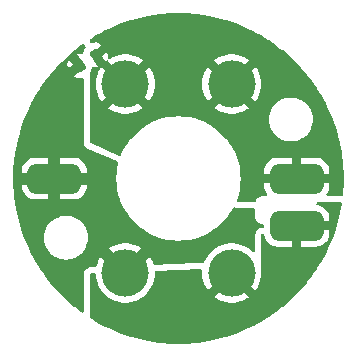
<source format=gbr>
%TF.GenerationSoftware,KiCad,Pcbnew,(6.0.4)*%
%TF.CreationDate,2022-05-31T22:59:13-07:00*%
%TF.ProjectId,VP_SPEAKER_ADAPTER,56505f53-5045-4414-9b45-525f41444150,rev?*%
%TF.SameCoordinates,Original*%
%TF.FileFunction,Copper,L1,Top*%
%TF.FilePolarity,Positive*%
%FSLAX46Y46*%
G04 Gerber Fmt 4.6, Leading zero omitted, Abs format (unit mm)*
G04 Created by KiCad (PCBNEW (6.0.4)) date 2022-05-31 22:59:13*
%MOMM*%
%LPD*%
G01*
G04 APERTURE LIST*
G04 Aperture macros list*
%AMRoundRect*
0 Rectangle with rounded corners*
0 $1 Rounding radius*
0 $2 $3 $4 $5 $6 $7 $8 $9 X,Y pos of 4 corners*
0 Add a 4 corners polygon primitive as box body*
4,1,4,$2,$3,$4,$5,$6,$7,$8,$9,$2,$3,0*
0 Add four circle primitives for the rounded corners*
1,1,$1+$1,$2,$3*
1,1,$1+$1,$4,$5*
1,1,$1+$1,$6,$7*
1,1,$1+$1,$8,$9*
0 Add four rect primitives between the rounded corners*
20,1,$1+$1,$2,$3,$4,$5,0*
20,1,$1+$1,$4,$5,$6,$7,0*
20,1,$1+$1,$6,$7,$8,$9,0*
20,1,$1+$1,$8,$9,$2,$3,0*%
G04 Aperture macros list end*
%TA.AperFunction,SMDPad,CuDef*%
%ADD10RoundRect,0.200000X-0.006097X-0.339982X0.321564X-0.110552X0.006097X0.339982X-0.321564X0.110552X0*%
%TD*%
%TA.AperFunction,SMDPad,CuDef*%
%ADD11RoundRect,0.625000X1.625000X0.625000X-1.625000X0.625000X-1.625000X-0.625000X1.625000X-0.625000X0*%
%TD*%
%TA.AperFunction,SMDPad,CuDef*%
%ADD12C,4.000000*%
%TD*%
%TA.AperFunction,ViaPad*%
%ADD13C,0.800000*%
%TD*%
G04 APERTURE END LIST*
D10*
%TO.P,R1,1*%
%TO.N,GND*%
X161624200Y-90473201D03*
%TO.P,R1,2*%
%TO.N,/LEFT-*%
X162975800Y-89526799D03*
%TD*%
D11*
%TO.P,J11,1,Pin_1*%
%TO.N,GND*%
X159500000Y-100000000D03*
%TD*%
D12*
%TO.P,J1,1,Pin_1*%
%TO.N,/LEFT+*%
X174500000Y-108000000D03*
%TD*%
%TO.P,J4,1,Pin_1*%
%TO.N,/LEFT-*%
X174500000Y-92000000D03*
%TD*%
%TO.P,J3,1,Pin_1*%
%TO.N,/LEFT-*%
X165500000Y-92000000D03*
%TD*%
D11*
%TO.P,J5,1,Pin_1*%
%TO.N,/LEFT+*%
X180000000Y-104000000D03*
%TO.P,J5,2,Pin_2*%
%TO.N,/LEFT-*%
X180000000Y-100000000D03*
%TD*%
D12*
%TO.P,J2,1,Pin_1*%
%TO.N,GND*%
X165500000Y-108000000D03*
%TD*%
D13*
%TO.N,GND*%
X164500000Y-103000000D03*
X159500000Y-93500000D03*
%TD*%
%TA.AperFunction,Conductor*%
%TO.N,GND*%
G36*
X161993984Y-88620203D02*
G01*
X162044569Y-88677660D01*
X162068429Y-88732078D01*
X162105901Y-88792380D01*
X162110855Y-88798276D01*
X162111286Y-88799260D01*
X162111438Y-88799469D01*
X162111393Y-88799502D01*
X162139367Y-88863294D01*
X162128202Y-88933407D01*
X162114222Y-88956215D01*
X162040557Y-89051871D01*
X161971354Y-89208772D01*
X161970035Y-89216254D01*
X161947809Y-89342303D01*
X161916282Y-89405916D01*
X161855368Y-89442385D01*
X161801844Y-89444510D01*
X161676348Y-89422382D01*
X161661284Y-89421567D01*
X161505455Y-89431916D01*
X161490642Y-89434715D01*
X161421759Y-89456566D01*
X161410062Y-89464445D01*
X161411270Y-89471726D01*
X162109020Y-90468217D01*
X162131708Y-90535491D01*
X162114423Y-90604352D01*
X162078078Y-90643701D01*
X161525970Y-91030292D01*
X161129830Y-91307672D01*
X161120364Y-91319515D01*
X161123331Y-91325779D01*
X161123516Y-91325956D01*
X161247966Y-91421796D01*
X161260933Y-91429495D01*
X161403822Y-91492517D01*
X161418257Y-91496902D01*
X161572051Y-91524020D01*
X161587116Y-91524835D01*
X161742945Y-91514486D01*
X161757758Y-91511687D01*
X161822401Y-91491181D01*
X161893381Y-91489649D01*
X161953922Y-91526735D01*
X161984801Y-91590664D01*
X161986500Y-91611283D01*
X161986500Y-96917388D01*
X162008642Y-97066551D01*
X162029906Y-97136597D01*
X162094424Y-97272898D01*
X162192138Y-97381589D01*
X162195599Y-97384479D01*
X162243182Y-97424212D01*
X162243186Y-97424215D01*
X162246634Y-97427094D01*
X162250461Y-97429456D01*
X162250464Y-97429458D01*
X162303592Y-97462245D01*
X162371014Y-97503855D01*
X164762962Y-98543832D01*
X164766320Y-98544866D01*
X164766323Y-98544867D01*
X164814456Y-98559686D01*
X164873675Y-98598847D01*
X164902321Y-98663808D01*
X164900393Y-98707379D01*
X164874657Y-98823467D01*
X164816455Y-99086001D01*
X164756519Y-99541255D01*
X164742307Y-99866771D01*
X164736490Y-100000000D01*
X164756519Y-100458745D01*
X164765389Y-100526115D01*
X164809904Y-100864236D01*
X164816455Y-100913999D01*
X164915840Y-101362297D01*
X164916668Y-101364922D01*
X164916669Y-101364927D01*
X165045791Y-101774450D01*
X165053918Y-101800226D01*
X165155549Y-102045583D01*
X165227436Y-102219133D01*
X165229640Y-102224455D01*
X165441667Y-102631755D01*
X165688385Y-103019025D01*
X165836651Y-103212249D01*
X165911466Y-103309750D01*
X165967917Y-103383319D01*
X166278136Y-103721864D01*
X166616681Y-104032083D01*
X166618843Y-104033742D01*
X166618849Y-104033747D01*
X166670117Y-104073086D01*
X166980975Y-104311615D01*
X167368245Y-104558333D01*
X167775545Y-104770360D01*
X168199774Y-104946082D01*
X168202394Y-104946908D01*
X168202402Y-104946911D01*
X168635073Y-105083331D01*
X168635078Y-105083332D01*
X168637703Y-105084160D01*
X169086001Y-105183545D01*
X169088721Y-105183903D01*
X169088726Y-105183904D01*
X169258735Y-105206286D01*
X169541255Y-105243481D01*
X170000000Y-105263510D01*
X170458745Y-105243481D01*
X170741265Y-105206286D01*
X170911274Y-105183904D01*
X170911279Y-105183903D01*
X170913999Y-105183545D01*
X171362297Y-105084160D01*
X171364922Y-105083332D01*
X171364927Y-105083331D01*
X171797598Y-104946911D01*
X171797606Y-104946908D01*
X171800226Y-104946082D01*
X172224455Y-104770360D01*
X172631755Y-104558333D01*
X173019025Y-104311615D01*
X173329883Y-104073086D01*
X173381151Y-104033747D01*
X173381157Y-104033742D01*
X173383319Y-104032083D01*
X173721864Y-103721864D01*
X174032083Y-103383319D01*
X174088535Y-103309750D01*
X174163349Y-103212249D01*
X174311615Y-103019025D01*
X174558333Y-102631755D01*
X174623905Y-102505792D01*
X174673102Y-102454605D01*
X174742163Y-102438141D01*
X174788009Y-102449358D01*
X174839115Y-102472698D01*
X174862869Y-102479673D01*
X174902913Y-102491431D01*
X174902917Y-102491432D01*
X174907236Y-102492700D01*
X174911685Y-102493340D01*
X174911691Y-102493341D01*
X175047458Y-102512861D01*
X175047463Y-102512861D01*
X175051905Y-102513500D01*
X176360500Y-102513500D01*
X176428621Y-102533502D01*
X176475114Y-102587158D01*
X176486500Y-102639500D01*
X176486500Y-103193796D01*
X176486832Y-103212249D01*
X176486850Y-103212742D01*
X176486850Y-103212752D01*
X176486902Y-103214194D01*
X176487157Y-103221287D01*
X176488147Y-103239661D01*
X176489225Y-103244607D01*
X176489225Y-103244608D01*
X176496044Y-103275899D01*
X176519269Y-103382466D01*
X176520840Y-103386673D01*
X176520842Y-103386680D01*
X176525305Y-103398631D01*
X176544105Y-103448977D01*
X176546262Y-103452923D01*
X176599192Y-103549766D01*
X176614207Y-103577239D01*
X176717597Y-103680547D01*
X176754720Y-103708314D01*
X176770136Y-103719844D01*
X176774450Y-103723071D01*
X176778389Y-103725220D01*
X176778394Y-103725223D01*
X176877348Y-103779204D01*
X176902753Y-103793063D01*
X177005563Y-103815386D01*
X177041184Y-103823120D01*
X177041186Y-103823120D01*
X177045583Y-103824075D01*
X177050070Y-103824394D01*
X177050076Y-103824395D01*
X177087102Y-103827028D01*
X177116401Y-103829112D01*
X177116519Y-103829104D01*
X177183581Y-103848768D01*
X177230094Y-103902406D01*
X177241500Y-103954791D01*
X177241500Y-104047938D01*
X177221498Y-104116059D01*
X177167842Y-104162552D01*
X177115500Y-104173938D01*
X177070852Y-104173938D01*
X177047699Y-104177267D01*
X177005034Y-104183401D01*
X177005030Y-104183402D01*
X177000578Y-104184042D01*
X176996266Y-104185308D01*
X176996262Y-104185309D01*
X176871515Y-104221939D01*
X176860343Y-104225219D01*
X176852764Y-104230089D01*
X176852761Y-104230091D01*
X176815619Y-104253961D01*
X176737388Y-104304237D01*
X176683732Y-104350730D01*
X176680792Y-104354123D01*
X176593919Y-104454379D01*
X176593917Y-104454382D01*
X176588018Y-104461190D01*
X176527302Y-104594139D01*
X176507300Y-104662260D01*
X176506660Y-104666709D01*
X176506659Y-104666715D01*
X176487139Y-104802482D01*
X176486500Y-104806929D01*
X176486500Y-106133115D01*
X176466498Y-106201236D01*
X176412842Y-106247729D01*
X176342568Y-106257833D01*
X176274247Y-106224965D01*
X176105027Y-106066057D01*
X176105026Y-106066056D01*
X176102140Y-106063346D01*
X175846779Y-105877816D01*
X175753757Y-105826676D01*
X175573648Y-105727660D01*
X175573647Y-105727659D01*
X175570179Y-105725753D01*
X175566510Y-105724300D01*
X175566505Y-105724298D01*
X175280372Y-105611010D01*
X175280371Y-105611010D01*
X175276702Y-105609557D01*
X174970975Y-105531060D01*
X174657821Y-105491500D01*
X174342179Y-105491500D01*
X174029025Y-105531060D01*
X173723298Y-105609557D01*
X173719629Y-105611010D01*
X173719628Y-105611010D01*
X173433495Y-105724298D01*
X173433490Y-105724300D01*
X173429821Y-105725753D01*
X173426353Y-105727659D01*
X173426352Y-105727660D01*
X173246244Y-105826676D01*
X173153221Y-105877816D01*
X172897860Y-106063346D01*
X172667767Y-106279418D01*
X172466568Y-106522625D01*
X172297438Y-106789131D01*
X172295754Y-106792710D01*
X172295750Y-106792717D01*
X172164733Y-107071144D01*
X172163044Y-107074734D01*
X172155348Y-107098420D01*
X172115274Y-107157026D01*
X172049877Y-107184662D01*
X172004211Y-107181533D01*
X172000808Y-107180660D01*
X171996454Y-107179543D01*
X171991983Y-107179057D01*
X171991979Y-107179056D01*
X171855635Y-107164228D01*
X171851157Y-107163741D01*
X171846659Y-107163896D01*
X171846657Y-107163896D01*
X169182781Y-107255754D01*
X168113377Y-107292630D01*
X168022317Y-107306268D01*
X167951987Y-107296577D01*
X167898059Y-107250399D01*
X167883823Y-107220594D01*
X167837716Y-107078691D01*
X167834801Y-107071328D01*
X167703811Y-106792959D01*
X167699999Y-106786026D01*
X167605813Y-106637612D01*
X167595207Y-106628315D01*
X167585934Y-106632486D01*
X165589095Y-108629325D01*
X165526783Y-108663351D01*
X165455968Y-108658286D01*
X165410905Y-108629325D01*
X163416707Y-106635127D01*
X163404327Y-106628367D01*
X163396187Y-106634460D01*
X163300001Y-106786026D01*
X163296189Y-106792959D01*
X163165199Y-107071328D01*
X163162284Y-107078691D01*
X163067217Y-107371277D01*
X163065248Y-107378946D01*
X163064752Y-107381546D01*
X163064408Y-107382216D01*
X163064264Y-107382778D01*
X163064137Y-107382745D01*
X163032341Y-107444713D01*
X162970925Y-107480330D01*
X162927360Y-107483200D01*
X162849866Y-107474772D01*
X162845388Y-107474285D01*
X162840890Y-107474440D01*
X162840888Y-107474440D01*
X162694720Y-107479480D01*
X162603962Y-107482610D01*
X162565121Y-107487805D01*
X162506958Y-107495583D01*
X162506951Y-107495584D01*
X162503880Y-107495995D01*
X162500860Y-107496707D01*
X162500858Y-107496707D01*
X162458904Y-107506593D01*
X162458896Y-107506595D01*
X162455880Y-107507306D01*
X162360343Y-107540020D01*
X162353943Y-107544133D01*
X162353939Y-107544135D01*
X162323300Y-107563826D01*
X162237388Y-107619038D01*
X162183732Y-107665531D01*
X162180792Y-107668924D01*
X162093919Y-107769180D01*
X162093917Y-107769183D01*
X162088018Y-107775991D01*
X162027302Y-107908940D01*
X162026034Y-107913259D01*
X162008815Y-107971902D01*
X162007300Y-107977061D01*
X162006660Y-107981510D01*
X162006659Y-107981516D01*
X161993470Y-108073252D01*
X161986500Y-108121730D01*
X161986500Y-111224545D01*
X161966498Y-111292666D01*
X161912842Y-111339159D01*
X161842568Y-111349263D01*
X161789136Y-111328387D01*
X161787295Y-111327122D01*
X161778722Y-111321229D01*
X161773404Y-111317367D01*
X161197466Y-110875435D01*
X161192343Y-110871285D01*
X160640375Y-110399860D01*
X160635472Y-110395446D01*
X160213490Y-109995000D01*
X160108905Y-109895753D01*
X160104244Y-109891092D01*
X160026058Y-109808701D01*
X159604551Y-109364524D01*
X159600140Y-109359625D01*
X159128715Y-108807657D01*
X159124563Y-108802531D01*
X159073404Y-108735859D01*
X158682633Y-108226596D01*
X158678765Y-108221271D01*
X158613443Y-108126226D01*
X158267614Y-107623042D01*
X158264021Y-107617510D01*
X158207180Y-107524754D01*
X157884714Y-106998537D01*
X157881440Y-106992866D01*
X157595317Y-106465894D01*
X157535057Y-106354908D01*
X157532062Y-106349030D01*
X157219550Y-105693835D01*
X157216867Y-105687809D01*
X156949478Y-105042277D01*
X158620576Y-105042277D01*
X158646192Y-105310769D01*
X158647277Y-105315203D01*
X158647278Y-105315209D01*
X158700338Y-105532045D01*
X158710298Y-105572750D01*
X158811552Y-105822733D01*
X158947832Y-106055482D01*
X158954121Y-106063346D01*
X159109657Y-106257833D01*
X159116283Y-106266119D01*
X159313376Y-106450234D01*
X159534983Y-106603968D01*
X159539066Y-106605999D01*
X159539069Y-106606001D01*
X159597615Y-106635127D01*
X159776461Y-106724101D01*
X159780795Y-106725522D01*
X159780798Y-106725523D01*
X160028420Y-106806698D01*
X160028426Y-106806699D01*
X160032753Y-106808118D01*
X160037244Y-106808898D01*
X160037245Y-106808898D01*
X160294707Y-106853601D01*
X160294715Y-106853602D01*
X160298488Y-106854257D01*
X160302325Y-106854448D01*
X160382145Y-106858422D01*
X160382153Y-106858422D01*
X160383716Y-106858500D01*
X160552079Y-106858500D01*
X160554347Y-106858335D01*
X160554359Y-106858335D01*
X160685451Y-106848823D01*
X160752571Y-106843953D01*
X160757026Y-106842969D01*
X160757029Y-106842969D01*
X161011479Y-106786791D01*
X161011483Y-106786790D01*
X161015939Y-106785806D01*
X161142047Y-106738028D01*
X161263885Y-106691868D01*
X161263888Y-106691867D01*
X161268155Y-106690250D01*
X161503935Y-106559286D01*
X161718340Y-106395657D01*
X161906879Y-106202792D01*
X162065601Y-105984730D01*
X162108901Y-105902430D01*
X164126806Y-105902430D01*
X164133710Y-105915290D01*
X165487188Y-107268768D01*
X165501132Y-107276382D01*
X165502965Y-107276251D01*
X165509580Y-107272000D01*
X166866614Y-105914966D01*
X166873227Y-105902856D01*
X166864398Y-105891235D01*
X166849713Y-105880566D01*
X166843043Y-105876332D01*
X166573428Y-105728110D01*
X166566293Y-105724753D01*
X166280230Y-105611492D01*
X166272704Y-105609047D01*
X165974721Y-105532538D01*
X165966950Y-105531055D01*
X165661722Y-105492497D01*
X165653831Y-105492000D01*
X165346169Y-105492000D01*
X165338278Y-105492497D01*
X165033050Y-105531055D01*
X165025279Y-105532538D01*
X164727296Y-105609047D01*
X164719770Y-105611492D01*
X164433707Y-105724753D01*
X164426572Y-105728110D01*
X164156957Y-105876332D01*
X164150287Y-105880566D01*
X164135229Y-105891506D01*
X164126806Y-105902430D01*
X162108901Y-105902430D01*
X162148757Y-105826676D01*
X162189057Y-105750079D01*
X162189060Y-105750073D01*
X162191182Y-105746039D01*
X162197514Y-105728110D01*
X162279469Y-105496033D01*
X162279469Y-105496032D01*
X162280992Y-105491720D01*
X162316657Y-105310769D01*
X162332267Y-105231572D01*
X162332268Y-105231566D01*
X162333148Y-105227100D01*
X162333375Y-105222544D01*
X162346331Y-104962292D01*
X162346331Y-104962286D01*
X162346558Y-104957723D01*
X162320942Y-104689231D01*
X162315433Y-104666715D01*
X162257922Y-104431688D01*
X162256836Y-104427250D01*
X162155582Y-104177267D01*
X162019302Y-103944518D01*
X161899708Y-103794974D01*
X161853703Y-103737447D01*
X161853702Y-103737445D01*
X161850851Y-103733881D01*
X161653758Y-103549766D01*
X161432151Y-103396032D01*
X161428068Y-103394001D01*
X161428065Y-103393999D01*
X161263173Y-103311967D01*
X161190673Y-103275899D01*
X161186339Y-103274478D01*
X161186336Y-103274477D01*
X160938714Y-103193302D01*
X160938708Y-103193301D01*
X160934381Y-103191882D01*
X160929889Y-103191102D01*
X160672427Y-103146399D01*
X160672419Y-103146398D01*
X160668646Y-103145743D01*
X160657384Y-103145182D01*
X160584989Y-103141578D01*
X160584981Y-103141578D01*
X160583418Y-103141500D01*
X160415055Y-103141500D01*
X160412787Y-103141665D01*
X160412775Y-103141665D01*
X160281683Y-103151177D01*
X160214563Y-103156047D01*
X160210108Y-103157031D01*
X160210105Y-103157031D01*
X159955655Y-103213209D01*
X159955651Y-103213210D01*
X159951195Y-103214194D01*
X159931228Y-103221759D01*
X159703249Y-103308132D01*
X159703246Y-103308133D01*
X159698979Y-103309750D01*
X159463199Y-103440714D01*
X159355997Y-103522528D01*
X159275965Y-103583607D01*
X159248794Y-103604343D01*
X159245601Y-103607609D01*
X159245599Y-103607611D01*
X159229146Y-103624442D01*
X159060255Y-103797208D01*
X158901533Y-104015270D01*
X158891812Y-104033747D01*
X158778077Y-104249921D01*
X158778074Y-104249927D01*
X158775952Y-104253961D01*
X158774432Y-104258266D01*
X158774430Y-104258270D01*
X158702771Y-104461190D01*
X158686142Y-104508280D01*
X158633986Y-104772900D01*
X158633759Y-104777453D01*
X158633759Y-104777456D01*
X158621827Y-105017156D01*
X158620576Y-105042277D01*
X156949478Y-105042277D01*
X156939073Y-105017156D01*
X156936709Y-105010998D01*
X156760275Y-104512762D01*
X156694390Y-104326708D01*
X156692353Y-104320438D01*
X156671465Y-104249921D01*
X156486184Y-103624425D01*
X156484481Y-103618070D01*
X156481186Y-103604343D01*
X156315014Y-102912187D01*
X156313645Y-102905744D01*
X156240887Y-102513173D01*
X156181359Y-102191988D01*
X156180328Y-102185481D01*
X156171234Y-102116401D01*
X156085579Y-101465791D01*
X156084889Y-101459231D01*
X156046006Y-100965179D01*
X156027932Y-100735526D01*
X156027588Y-100728955D01*
X156027187Y-100713613D01*
X156027087Y-100709807D01*
X156742001Y-100709807D01*
X156742121Y-100713701D01*
X156744790Y-100756893D01*
X156746126Y-100766472D01*
X156790048Y-100967073D01*
X156793695Y-100978432D01*
X156874306Y-101166059D01*
X156880041Y-101176533D01*
X156994669Y-101345522D01*
X157002282Y-101354724D01*
X157146802Y-101498992D01*
X157156015Y-101506587D01*
X157325206Y-101620922D01*
X157335690Y-101626638D01*
X157523450Y-101706918D01*
X157534821Y-101710547D01*
X157735480Y-101754115D01*
X157745100Y-101755437D01*
X157786387Y-101757890D01*
X157790102Y-101758000D01*
X158973885Y-101758000D01*
X158989124Y-101753525D01*
X158990329Y-101752135D01*
X158992000Y-101744452D01*
X158992000Y-101739884D01*
X160008000Y-101739884D01*
X160012475Y-101755123D01*
X160013865Y-101756328D01*
X160021548Y-101757999D01*
X161209807Y-101757999D01*
X161213701Y-101757879D01*
X161256893Y-101755210D01*
X161266472Y-101753874D01*
X161467073Y-101709952D01*
X161478432Y-101706305D01*
X161666059Y-101625694D01*
X161676533Y-101619959D01*
X161845522Y-101505331D01*
X161854724Y-101497718D01*
X161998992Y-101353198D01*
X162006587Y-101343985D01*
X162120922Y-101174794D01*
X162126638Y-101164310D01*
X162206918Y-100976550D01*
X162210547Y-100965179D01*
X162254115Y-100764520D01*
X162255437Y-100754900D01*
X162257890Y-100713613D01*
X162258000Y-100709898D01*
X162258000Y-100526115D01*
X162253525Y-100510876D01*
X162252135Y-100509671D01*
X162244452Y-100508000D01*
X160026115Y-100508000D01*
X160010876Y-100512475D01*
X160009671Y-100513865D01*
X160008000Y-100521548D01*
X160008000Y-101739884D01*
X158992000Y-101739884D01*
X158992000Y-100526115D01*
X158987525Y-100510876D01*
X158986135Y-100509671D01*
X158978452Y-100508000D01*
X156760116Y-100508000D01*
X156744877Y-100512475D01*
X156743672Y-100513865D01*
X156742001Y-100521548D01*
X156742001Y-100709807D01*
X156027087Y-100709807D01*
X156008586Y-100003284D01*
X156008586Y-99996702D01*
X156009872Y-99947593D01*
X156022277Y-99473885D01*
X156742000Y-99473885D01*
X156746475Y-99489124D01*
X156747865Y-99490329D01*
X156755548Y-99492000D01*
X158973885Y-99492000D01*
X158989124Y-99487525D01*
X158990329Y-99486135D01*
X158992000Y-99478452D01*
X158992000Y-99473885D01*
X160008000Y-99473885D01*
X160012475Y-99489124D01*
X160013865Y-99490329D01*
X160021548Y-99492000D01*
X162239884Y-99492000D01*
X162255123Y-99487525D01*
X162256328Y-99486135D01*
X162257999Y-99478452D01*
X162257999Y-99290194D01*
X162257879Y-99286299D01*
X162255210Y-99243107D01*
X162253874Y-99233528D01*
X162209952Y-99032927D01*
X162206305Y-99021568D01*
X162125694Y-98833941D01*
X162119959Y-98823467D01*
X162005331Y-98654478D01*
X161997718Y-98645276D01*
X161853198Y-98501008D01*
X161843985Y-98493413D01*
X161674794Y-98379078D01*
X161664310Y-98373362D01*
X161476550Y-98293082D01*
X161465179Y-98289453D01*
X161264520Y-98245885D01*
X161254900Y-98244563D01*
X161213613Y-98242110D01*
X161209898Y-98242000D01*
X160026115Y-98242000D01*
X160010876Y-98246475D01*
X160009671Y-98247865D01*
X160008000Y-98255548D01*
X160008000Y-99473885D01*
X158992000Y-99473885D01*
X158992000Y-98260116D01*
X158987525Y-98244877D01*
X158986135Y-98243672D01*
X158978452Y-98242001D01*
X157790194Y-98242001D01*
X157786299Y-98242121D01*
X157743107Y-98244790D01*
X157733528Y-98246126D01*
X157532927Y-98290048D01*
X157521568Y-98293695D01*
X157333941Y-98374306D01*
X157323467Y-98380041D01*
X157154478Y-98494669D01*
X157145276Y-98502282D01*
X157001008Y-98646802D01*
X156993413Y-98656015D01*
X156879078Y-98825206D01*
X156873362Y-98835690D01*
X156793082Y-99023450D01*
X156789453Y-99034821D01*
X156745885Y-99235480D01*
X156744563Y-99245100D01*
X156742110Y-99286387D01*
X156742000Y-99290102D01*
X156742000Y-99473885D01*
X156022277Y-99473885D01*
X156027589Y-99271027D01*
X156027933Y-99264457D01*
X156029457Y-99245100D01*
X156084889Y-98540769D01*
X156085579Y-98534209D01*
X156180328Y-97814519D01*
X156181360Y-97808003D01*
X156216960Y-97615923D01*
X156313647Y-97094246D01*
X156315016Y-97087804D01*
X156319051Y-97070997D01*
X156484485Y-96381913D01*
X156486189Y-96375558D01*
X156541092Y-96190211D01*
X156692354Y-95679558D01*
X156694391Y-95673288D01*
X156936709Y-94989002D01*
X156939073Y-94982844D01*
X157216867Y-94312191D01*
X157219550Y-94306165D01*
X157532062Y-93650970D01*
X157535057Y-93645092D01*
X157696386Y-93347961D01*
X157881440Y-93007134D01*
X157884714Y-93001463D01*
X158264021Y-92382490D01*
X158267614Y-92376958D01*
X158678765Y-91778729D01*
X158682642Y-91773392D01*
X158871909Y-91526735D01*
X159124565Y-91197466D01*
X159128715Y-91192343D01*
X159358294Y-90923541D01*
X159600143Y-90640372D01*
X159604554Y-90635472D01*
X159668081Y-90568529D01*
X159892859Y-90331662D01*
X160590984Y-90331662D01*
X160601333Y-90487491D01*
X160604132Y-90502304D01*
X160651310Y-90651027D01*
X160658067Y-90657524D01*
X160669620Y-90653295D01*
X161052269Y-90385362D01*
X161062186Y-90372956D01*
X161062375Y-90371124D01*
X161059338Y-90363874D01*
X160759559Y-89935746D01*
X160748544Y-89926941D01*
X160741955Y-89930272D01*
X160694026Y-89992509D01*
X160686322Y-90005484D01*
X160623302Y-90148371D01*
X160618918Y-90162800D01*
X160591799Y-90316598D01*
X160590984Y-90331662D01*
X159892859Y-90331662D01*
X160104247Y-90108905D01*
X160108908Y-90104244D01*
X160635476Y-89604551D01*
X160640375Y-89600140D01*
X161192346Y-89128712D01*
X161197469Y-89124563D01*
X161292203Y-89051871D01*
X161773404Y-88682633D01*
X161778730Y-88678765D01*
X161857808Y-88624417D01*
X161925277Y-88602317D01*
X161993984Y-88620203D01*
G37*
%TD.AperFunction*%
%TD*%
%TA.AperFunction,Conductor*%
%TO.N,/LEFT+*%
G36*
X183768536Y-102020002D02*
G01*
X183815029Y-102073658D01*
X183825337Y-102142444D01*
X183819672Y-102185479D01*
X183818641Y-102191988D01*
X183699339Y-102835690D01*
X183686355Y-102905744D01*
X183684986Y-102912187D01*
X183516704Y-103613135D01*
X183515519Y-103618070D01*
X183513816Y-103624425D01*
X183310260Y-104311615D01*
X183307647Y-104320438D01*
X183305609Y-104326712D01*
X183063291Y-105010998D01*
X183060927Y-105017156D01*
X182783133Y-105687809D01*
X182780450Y-105693835D01*
X182467938Y-106349030D01*
X182464943Y-106354908D01*
X182118560Y-106992866D01*
X182115286Y-106998537D01*
X182068593Y-107074734D01*
X181735979Y-107617510D01*
X181732386Y-107623042D01*
X181389648Y-108121730D01*
X181321235Y-108221271D01*
X181317367Y-108226596D01*
X180875437Y-108802531D01*
X180871288Y-108807654D01*
X180524258Y-109213974D01*
X180399860Y-109359625D01*
X180395449Y-109364524D01*
X179935010Y-109849727D01*
X179895756Y-109891092D01*
X179891095Y-109895753D01*
X179369263Y-110390953D01*
X179364528Y-110395446D01*
X179359625Y-110399860D01*
X178807657Y-110871285D01*
X178802534Y-110875435D01*
X178226596Y-111317367D01*
X178221283Y-111321226D01*
X177773543Y-111628950D01*
X177623042Y-111732386D01*
X177617510Y-111735979D01*
X177525750Y-111792210D01*
X176998537Y-112115286D01*
X176992866Y-112118560D01*
X176689505Y-112283272D01*
X176354908Y-112464943D01*
X176349030Y-112467938D01*
X175693835Y-112780450D01*
X175687809Y-112783133D01*
X175017156Y-113060927D01*
X175010998Y-113063291D01*
X174326712Y-113305609D01*
X174320442Y-113307646D01*
X173624425Y-113513816D01*
X173618087Y-113515515D01*
X172912187Y-113684986D01*
X172905754Y-113686353D01*
X172191988Y-113818641D01*
X172185490Y-113819671D01*
X171586778Y-113898493D01*
X171465791Y-113914421D01*
X171459231Y-113915111D01*
X171371580Y-113922009D01*
X170735526Y-113972068D01*
X170728973Y-113972411D01*
X170003284Y-113991414D01*
X169996716Y-113991414D01*
X169271027Y-113972411D01*
X169264474Y-113972068D01*
X168628420Y-113922009D01*
X168540769Y-113915111D01*
X168534209Y-113914421D01*
X168413222Y-113898493D01*
X167814510Y-113819671D01*
X167808012Y-113818641D01*
X167094246Y-113686353D01*
X167087813Y-113684986D01*
X166381913Y-113515515D01*
X166375575Y-113513816D01*
X165679558Y-113307646D01*
X165673288Y-113305609D01*
X164989002Y-113063291D01*
X164982844Y-113060927D01*
X164312191Y-112783133D01*
X164306165Y-112780450D01*
X163650970Y-112467938D01*
X163645092Y-112464943D01*
X163310495Y-112283272D01*
X163007134Y-112118560D01*
X163001463Y-112115286D01*
X162694087Y-111926926D01*
X162560165Y-111844858D01*
X162512534Y-111792210D01*
X162500000Y-111737425D01*
X162500000Y-108121730D01*
X162520002Y-108053609D01*
X162573658Y-108007116D01*
X162621658Y-107995805D01*
X162863084Y-107987480D01*
X162931853Y-108005122D01*
X162980168Y-108057144D01*
X162993177Y-108105494D01*
X163006359Y-108315020D01*
X163065505Y-108625072D01*
X163163044Y-108925266D01*
X163164731Y-108928852D01*
X163164733Y-108928856D01*
X163295750Y-109207283D01*
X163295754Y-109207290D01*
X163297438Y-109210869D01*
X163466568Y-109477375D01*
X163667767Y-109720582D01*
X163897860Y-109936654D01*
X164153221Y-110122184D01*
X164156690Y-110124091D01*
X164156693Y-110124093D01*
X164426352Y-110272340D01*
X164429821Y-110274247D01*
X164433490Y-110275700D01*
X164433495Y-110275702D01*
X164718411Y-110388508D01*
X164723298Y-110390443D01*
X165029025Y-110468940D01*
X165342179Y-110508500D01*
X165657821Y-110508500D01*
X165970975Y-110468940D01*
X166276702Y-110390443D01*
X166281589Y-110388508D01*
X166566505Y-110275702D01*
X166566510Y-110275700D01*
X166570179Y-110274247D01*
X166573648Y-110272340D01*
X166843307Y-110124093D01*
X166843310Y-110124091D01*
X166846779Y-110122184D01*
X166985268Y-110021566D01*
X173022747Y-110021566D01*
X173031576Y-110033186D01*
X173150280Y-110119430D01*
X173156961Y-110123670D01*
X173426572Y-110271890D01*
X173433707Y-110275247D01*
X173719770Y-110388508D01*
X173727296Y-110390953D01*
X174025279Y-110467462D01*
X174033050Y-110468945D01*
X174338278Y-110507503D01*
X174346169Y-110508000D01*
X174653831Y-110508000D01*
X174661722Y-110507503D01*
X174966950Y-110468945D01*
X174974721Y-110467462D01*
X175272704Y-110390953D01*
X175280230Y-110388508D01*
X175566293Y-110275247D01*
X175573428Y-110271890D01*
X175843039Y-110123670D01*
X175849720Y-110119430D01*
X175968797Y-110032916D01*
X175977220Y-110021993D01*
X175970316Y-110009132D01*
X174512810Y-108551625D01*
X174498869Y-108544013D01*
X174497034Y-108544144D01*
X174490420Y-108548395D01*
X173029360Y-110009456D01*
X173022747Y-110021566D01*
X166985268Y-110021566D01*
X167102140Y-109936654D01*
X167332233Y-109720582D01*
X167533432Y-109477375D01*
X167702562Y-109210869D01*
X167704246Y-109207290D01*
X167704250Y-109207283D01*
X167835267Y-108928856D01*
X167835269Y-108928852D01*
X167836956Y-108925266D01*
X167934495Y-108625072D01*
X167993641Y-108315020D01*
X168013460Y-108000000D01*
X168009664Y-107939661D01*
X168025349Y-107870419D01*
X168075980Y-107820649D01*
X168131073Y-107805825D01*
X171868853Y-107676936D01*
X171937622Y-107694578D01*
X171985937Y-107746600D01*
X171998946Y-107810772D01*
X171987290Y-107996042D01*
X171987290Y-108003958D01*
X172006607Y-108310994D01*
X172007600Y-108318855D01*
X172065246Y-108621046D01*
X172067217Y-108628723D01*
X172162284Y-108921309D01*
X172165199Y-108928672D01*
X172296189Y-109207041D01*
X172300001Y-109213974D01*
X172464727Y-109473540D01*
X172475701Y-109480952D01*
X172486439Y-109474745D01*
X174370513Y-107590672D01*
X174620855Y-107582039D01*
X176512459Y-109473643D01*
X176525721Y-109480885D01*
X176534483Y-109474652D01*
X176535151Y-109473733D01*
X176699999Y-109213974D01*
X176703811Y-109207041D01*
X176834801Y-108928672D01*
X176837716Y-108921309D01*
X176932783Y-108628723D01*
X176934754Y-108621046D01*
X176992400Y-108318855D01*
X176993393Y-108310994D01*
X177012710Y-108003958D01*
X177012710Y-107996042D01*
X176993393Y-107689006D01*
X176992400Y-107681145D01*
X176975587Y-107593007D01*
X176982470Y-107522345D01*
X176995505Y-107500155D01*
X177000000Y-107500000D01*
X177000000Y-104806929D01*
X177020002Y-104738808D01*
X177073658Y-104692315D01*
X177143932Y-104682211D01*
X177208512Y-104711705D01*
X177246896Y-104771431D01*
X177249084Y-104779980D01*
X177290048Y-104967073D01*
X177293695Y-104978432D01*
X177374306Y-105166059D01*
X177380041Y-105176533D01*
X177494669Y-105345522D01*
X177502282Y-105354724D01*
X177646802Y-105498992D01*
X177656015Y-105506587D01*
X177825206Y-105620922D01*
X177835690Y-105626638D01*
X178023450Y-105706918D01*
X178034821Y-105710547D01*
X178235480Y-105754115D01*
X178245100Y-105755437D01*
X178286387Y-105757890D01*
X178290102Y-105758000D01*
X179600885Y-105758000D01*
X179616124Y-105753525D01*
X179617329Y-105752135D01*
X179619000Y-105744452D01*
X179619000Y-105739884D01*
X180381000Y-105739884D01*
X180385475Y-105755123D01*
X180386865Y-105756328D01*
X180394548Y-105757999D01*
X181709807Y-105757999D01*
X181713701Y-105757879D01*
X181756893Y-105755210D01*
X181766472Y-105753874D01*
X181967073Y-105709952D01*
X181978432Y-105706305D01*
X182166059Y-105625694D01*
X182176533Y-105619959D01*
X182345522Y-105505331D01*
X182354724Y-105497718D01*
X182498992Y-105353198D01*
X182506587Y-105343985D01*
X182620922Y-105174794D01*
X182626638Y-105164310D01*
X182706918Y-104976550D01*
X182710547Y-104965179D01*
X182754115Y-104764520D01*
X182755437Y-104754900D01*
X182757890Y-104713613D01*
X182758000Y-104709898D01*
X182758000Y-104399115D01*
X182753525Y-104383876D01*
X182752135Y-104382671D01*
X182744452Y-104381000D01*
X180399115Y-104381000D01*
X180383876Y-104385475D01*
X180382671Y-104386865D01*
X180381000Y-104394548D01*
X180381000Y-105739884D01*
X179619000Y-105739884D01*
X179619000Y-103745000D01*
X179639002Y-103676879D01*
X179692658Y-103630386D01*
X179745000Y-103619000D01*
X182739884Y-103619000D01*
X182755123Y-103614525D01*
X182756328Y-103613135D01*
X182757999Y-103605452D01*
X182757999Y-103290194D01*
X182757879Y-103286299D01*
X182755210Y-103243107D01*
X182753874Y-103233528D01*
X182709952Y-103032927D01*
X182706305Y-103021568D01*
X182625694Y-102833941D01*
X182619959Y-102823467D01*
X182505331Y-102654478D01*
X182497718Y-102645276D01*
X182353198Y-102501008D01*
X182343985Y-102493413D01*
X182174794Y-102379078D01*
X182164310Y-102373362D01*
X181976550Y-102293082D01*
X181965179Y-102289453D01*
X181779469Y-102249131D01*
X181717144Y-102215130D01*
X181683094Y-102152832D01*
X181688131Y-102082014D01*
X181730655Y-102025161D01*
X181797166Y-102000325D01*
X181806204Y-102000000D01*
X183700415Y-102000000D01*
X183768536Y-102020002D01*
G37*
%TD.AperFunction*%
%TD*%
%TA.AperFunction,Conductor*%
%TO.N,/LEFT-*%
G36*
X170728973Y-86027589D02*
G01*
X170735526Y-86027932D01*
X171371580Y-86077991D01*
X171459231Y-86084889D01*
X171465793Y-86085579D01*
X172185490Y-86180329D01*
X172191988Y-86181359D01*
X172905754Y-86313647D01*
X172912187Y-86315014D01*
X173618087Y-86484485D01*
X173624425Y-86486184D01*
X174320438Y-86692353D01*
X174326712Y-86694391D01*
X175010998Y-86936709D01*
X175017156Y-86939073D01*
X175687809Y-87216867D01*
X175693835Y-87219550D01*
X176349030Y-87532062D01*
X176354908Y-87535057D01*
X176579056Y-87656759D01*
X176992866Y-87881440D01*
X176998537Y-87884714D01*
X177357976Y-88104978D01*
X177617510Y-88264021D01*
X177623042Y-88267614D01*
X178221283Y-88678774D01*
X178226596Y-88682633D01*
X178635198Y-88996164D01*
X178802531Y-89124563D01*
X178807654Y-89128712D01*
X179233009Y-89492000D01*
X179359625Y-89600140D01*
X179364524Y-89604551D01*
X179851488Y-90066661D01*
X179891092Y-90104244D01*
X179895753Y-90108905D01*
X180340545Y-90577618D01*
X180395446Y-90635472D01*
X180399857Y-90640372D01*
X180699605Y-90991331D01*
X180871285Y-91192343D01*
X180875435Y-91197466D01*
X181118686Y-91514477D01*
X181317358Y-91773392D01*
X181321226Y-91778717D01*
X181476030Y-92003958D01*
X181732386Y-92376958D01*
X181735979Y-92382490D01*
X182115286Y-93001463D01*
X182118560Y-93007134D01*
X182231863Y-93215812D01*
X182464943Y-93645092D01*
X182467938Y-93650970D01*
X182780450Y-94306165D01*
X182783133Y-94312191D01*
X183060927Y-94982844D01*
X183063291Y-94989002D01*
X183178807Y-95315209D01*
X183241313Y-95491720D01*
X183305609Y-95673288D01*
X183307646Y-95679558D01*
X183485552Y-96280156D01*
X183513811Y-96375558D01*
X183515515Y-96381913D01*
X183659893Y-96983292D01*
X183684984Y-97087804D01*
X183686353Y-97094246D01*
X183723814Y-97296366D01*
X183818640Y-97808003D01*
X183819671Y-97814510D01*
X183853886Y-98074399D01*
X183914421Y-98534209D01*
X183915111Y-98540769D01*
X183970544Y-99245100D01*
X183972067Y-99264457D01*
X183972411Y-99271027D01*
X183990128Y-99947593D01*
X183991414Y-99996702D01*
X183991414Y-100003284D01*
X183972814Y-100713613D01*
X183972412Y-100728955D01*
X183972068Y-100735526D01*
X183953994Y-100965179D01*
X183921129Y-101382763D01*
X183895843Y-101449104D01*
X183838705Y-101491244D01*
X183777586Y-101497595D01*
X183704863Y-101487139D01*
X183704856Y-101487138D01*
X183700415Y-101486500D01*
X182647499Y-101486500D01*
X182579378Y-101466498D01*
X182532885Y-101412842D01*
X182522781Y-101342568D01*
X182543102Y-101289951D01*
X182620922Y-101174794D01*
X182626638Y-101164310D01*
X182706918Y-100976550D01*
X182710547Y-100965179D01*
X182754115Y-100764520D01*
X182755437Y-100754900D01*
X182757890Y-100713613D01*
X182758000Y-100709898D01*
X182758000Y-100399115D01*
X182753525Y-100383876D01*
X182752135Y-100382671D01*
X182744452Y-100381000D01*
X177260116Y-100381000D01*
X177244877Y-100385475D01*
X177243672Y-100386865D01*
X177242001Y-100394548D01*
X177242001Y-100709807D01*
X177242121Y-100713701D01*
X177244790Y-100756893D01*
X177246126Y-100766472D01*
X177290048Y-100967073D01*
X177293695Y-100978432D01*
X177374306Y-101166059D01*
X177380041Y-101176533D01*
X177456851Y-101289769D01*
X177478538Y-101357372D01*
X177460233Y-101425968D01*
X177407748Y-101473779D01*
X177352577Y-101486500D01*
X177126000Y-101486500D01*
X177122654Y-101486860D01*
X177122649Y-101486860D01*
X177020215Y-101497872D01*
X177020208Y-101497873D01*
X177016851Y-101498234D01*
X177013551Y-101498952D01*
X177013550Y-101498952D01*
X176967790Y-101508906D01*
X176967785Y-101508907D01*
X176964509Y-101509620D01*
X176860343Y-101544290D01*
X176737388Y-101623308D01*
X176683732Y-101669801D01*
X176680792Y-101673194D01*
X176593919Y-101773450D01*
X176593917Y-101773453D01*
X176588018Y-101780261D01*
X176527302Y-101913210D01*
X176526033Y-101917531D01*
X176525846Y-101918033D01*
X176483299Y-101974868D01*
X176416779Y-101999679D01*
X176407790Y-102000000D01*
X175051905Y-102000000D01*
X174983784Y-101979998D01*
X174937291Y-101926342D01*
X174927187Y-101856068D01*
X174935497Y-101825780D01*
X174945028Y-101802770D01*
X174946082Y-101800226D01*
X174949793Y-101788459D01*
X175083331Y-101364927D01*
X175083332Y-101364922D01*
X175084160Y-101362297D01*
X175183545Y-100913999D01*
X175190097Y-100864236D01*
X175243120Y-100461484D01*
X175243481Y-100458745D01*
X175263510Y-100000000D01*
X175246084Y-99600885D01*
X177242000Y-99600885D01*
X177246475Y-99616124D01*
X177247865Y-99617329D01*
X177255548Y-99619000D01*
X179600885Y-99619000D01*
X179616124Y-99614525D01*
X179617329Y-99613135D01*
X179619000Y-99605452D01*
X179619000Y-99600885D01*
X180381000Y-99600885D01*
X180385475Y-99616124D01*
X180386865Y-99617329D01*
X180394548Y-99619000D01*
X182739884Y-99619000D01*
X182755123Y-99614525D01*
X182756328Y-99613135D01*
X182757999Y-99605452D01*
X182757999Y-99290194D01*
X182757879Y-99286299D01*
X182755210Y-99243107D01*
X182753874Y-99233528D01*
X182709952Y-99032927D01*
X182706305Y-99021568D01*
X182625694Y-98833941D01*
X182619959Y-98823467D01*
X182505331Y-98654478D01*
X182497718Y-98645276D01*
X182353198Y-98501008D01*
X182343985Y-98493413D01*
X182174794Y-98379078D01*
X182164310Y-98373362D01*
X181976550Y-98293082D01*
X181965179Y-98289453D01*
X181764520Y-98245885D01*
X181754900Y-98244563D01*
X181713613Y-98242110D01*
X181709898Y-98242000D01*
X180399115Y-98242000D01*
X180383876Y-98246475D01*
X180382671Y-98247865D01*
X180381000Y-98255548D01*
X180381000Y-99600885D01*
X179619000Y-99600885D01*
X179619000Y-98260116D01*
X179614525Y-98244877D01*
X179613135Y-98243672D01*
X179605452Y-98242001D01*
X178290194Y-98242001D01*
X178286299Y-98242121D01*
X178243107Y-98244790D01*
X178233528Y-98246126D01*
X178032927Y-98290048D01*
X178021568Y-98293695D01*
X177833941Y-98374306D01*
X177823467Y-98380041D01*
X177654478Y-98494669D01*
X177645276Y-98502282D01*
X177501008Y-98646802D01*
X177493413Y-98656015D01*
X177379078Y-98825206D01*
X177373362Y-98835690D01*
X177293082Y-99023450D01*
X177289453Y-99034821D01*
X177245885Y-99235480D01*
X177244563Y-99245100D01*
X177242110Y-99286387D01*
X177242000Y-99290102D01*
X177242000Y-99600885D01*
X175246084Y-99600885D01*
X175243481Y-99541255D01*
X175183545Y-99086001D01*
X175084160Y-98637703D01*
X175041462Y-98502282D01*
X174946911Y-98202402D01*
X174946908Y-98202394D01*
X174946082Y-98199774D01*
X174770360Y-97775545D01*
X174558333Y-97368245D01*
X174311615Y-96980975D01*
X174089776Y-96691868D01*
X174033747Y-96618849D01*
X174033742Y-96618843D01*
X174032083Y-96616681D01*
X173721864Y-96278136D01*
X173383319Y-95967917D01*
X173381157Y-95966258D01*
X173381151Y-95966253D01*
X173243524Y-95860649D01*
X173019025Y-95688385D01*
X172631755Y-95441667D01*
X172224455Y-95229640D01*
X171800226Y-95053918D01*
X171797606Y-95053092D01*
X171797598Y-95053089D01*
X171763307Y-95042277D01*
X177653442Y-95042277D01*
X177679058Y-95310769D01*
X177680143Y-95315203D01*
X177680144Y-95315209D01*
X177727897Y-95510358D01*
X177743164Y-95572750D01*
X177844418Y-95822733D01*
X177980698Y-96055482D01*
X177983551Y-96059049D01*
X178129002Y-96240926D01*
X178149149Y-96266119D01*
X178346242Y-96450234D01*
X178567849Y-96603968D01*
X178571932Y-96605999D01*
X178571935Y-96606001D01*
X178593403Y-96616681D01*
X178809327Y-96724101D01*
X178813661Y-96725522D01*
X178813664Y-96725523D01*
X179061286Y-96806698D01*
X179061292Y-96806699D01*
X179065619Y-96808118D01*
X179070110Y-96808898D01*
X179070111Y-96808898D01*
X179327573Y-96853601D01*
X179327581Y-96853602D01*
X179331354Y-96854257D01*
X179335191Y-96854448D01*
X179415011Y-96858422D01*
X179415019Y-96858422D01*
X179416582Y-96858500D01*
X179584945Y-96858500D01*
X179587213Y-96858335D01*
X179587225Y-96858335D01*
X179718317Y-96848823D01*
X179785437Y-96843953D01*
X179789892Y-96842969D01*
X179789895Y-96842969D01*
X180044345Y-96786791D01*
X180044349Y-96786790D01*
X180048805Y-96785806D01*
X180191172Y-96731868D01*
X180296751Y-96691868D01*
X180296754Y-96691867D01*
X180301021Y-96690250D01*
X180462886Y-96600342D01*
X180532808Y-96561504D01*
X180532809Y-96561503D01*
X180536801Y-96559286D01*
X180751206Y-96395657D01*
X180767751Y-96378733D01*
X180936550Y-96206060D01*
X180939745Y-96202792D01*
X181098467Y-95984730D01*
X181181623Y-95826676D01*
X181221923Y-95750079D01*
X181221926Y-95750073D01*
X181224048Y-95746039D01*
X181243819Y-95690054D01*
X181312335Y-95496033D01*
X181312335Y-95496032D01*
X181313858Y-95491720D01*
X181366014Y-95227100D01*
X181374583Y-95054971D01*
X181379197Y-94962292D01*
X181379197Y-94962286D01*
X181379424Y-94957723D01*
X181353808Y-94689231D01*
X181308475Y-94503967D01*
X181290788Y-94431688D01*
X181289702Y-94427250D01*
X181188448Y-94177267D01*
X181052168Y-93944518D01*
X180934361Y-93797208D01*
X180886569Y-93737447D01*
X180886568Y-93737445D01*
X180883717Y-93733881D01*
X180686624Y-93549766D01*
X180465017Y-93396032D01*
X180460934Y-93394001D01*
X180460931Y-93393999D01*
X180296039Y-93311967D01*
X180223539Y-93275899D01*
X180219205Y-93274478D01*
X180219202Y-93274477D01*
X179971580Y-93193302D01*
X179971574Y-93193301D01*
X179967247Y-93191882D01*
X179962755Y-93191102D01*
X179705293Y-93146399D01*
X179705285Y-93146398D01*
X179701512Y-93145743D01*
X179690250Y-93145182D01*
X179617855Y-93141578D01*
X179617847Y-93141578D01*
X179616284Y-93141500D01*
X179447921Y-93141500D01*
X179445653Y-93141665D01*
X179445641Y-93141665D01*
X179314549Y-93151177D01*
X179247429Y-93156047D01*
X179242974Y-93157031D01*
X179242971Y-93157031D01*
X178988521Y-93213209D01*
X178988517Y-93213210D01*
X178984061Y-93214194D01*
X178857953Y-93261972D01*
X178736115Y-93308132D01*
X178736112Y-93308133D01*
X178731845Y-93309750D01*
X178496065Y-93440714D01*
X178281660Y-93604343D01*
X178093121Y-93797208D01*
X177934399Y-94015270D01*
X177932277Y-94019304D01*
X177810943Y-94249921D01*
X177810940Y-94249927D01*
X177808818Y-94253961D01*
X177807298Y-94258266D01*
X177807296Y-94258270D01*
X177733422Y-94467462D01*
X177719008Y-94508280D01*
X177718125Y-94512762D01*
X177670010Y-94756880D01*
X177666852Y-94772900D01*
X177666625Y-94777453D01*
X177666625Y-94777456D01*
X177656249Y-94985895D01*
X177653442Y-95042277D01*
X171763307Y-95042277D01*
X171364927Y-94916669D01*
X171364922Y-94916668D01*
X171362297Y-94915840D01*
X170913999Y-94816455D01*
X170911279Y-94816097D01*
X170911274Y-94816096D01*
X170722854Y-94791290D01*
X170458745Y-94756519D01*
X170000000Y-94736490D01*
X169541255Y-94756519D01*
X169277146Y-94791290D01*
X169088726Y-94816096D01*
X169088721Y-94816097D01*
X169086001Y-94816455D01*
X168637703Y-94915840D01*
X168635078Y-94916668D01*
X168635073Y-94916669D01*
X168202402Y-95053089D01*
X168202394Y-95053092D01*
X168199774Y-95053918D01*
X167775545Y-95229640D01*
X167368245Y-95441667D01*
X166980975Y-95688385D01*
X166756476Y-95860649D01*
X166618849Y-95966253D01*
X166618843Y-95966258D01*
X166616681Y-95967917D01*
X166278136Y-96278136D01*
X165967917Y-96616681D01*
X165966258Y-96618843D01*
X165966253Y-96618849D01*
X165910224Y-96691868D01*
X165688385Y-96980975D01*
X165441667Y-97368245D01*
X165229640Y-97775545D01*
X165228588Y-97778086D01*
X165228587Y-97778087D01*
X165134355Y-98005583D01*
X165089807Y-98060864D01*
X165022443Y-98083285D01*
X164967708Y-98072916D01*
X162575760Y-97032939D01*
X162521264Y-96987434D01*
X162500000Y-96917388D01*
X162500000Y-94021566D01*
X164022747Y-94021566D01*
X164031576Y-94033186D01*
X164150280Y-94119430D01*
X164156961Y-94123670D01*
X164426572Y-94271890D01*
X164433707Y-94275247D01*
X164719770Y-94388508D01*
X164727296Y-94390953D01*
X165025279Y-94467462D01*
X165033050Y-94468945D01*
X165338278Y-94507503D01*
X165346169Y-94508000D01*
X165653831Y-94508000D01*
X165661722Y-94507503D01*
X165966950Y-94468945D01*
X165974721Y-94467462D01*
X166272704Y-94390953D01*
X166280230Y-94388508D01*
X166566293Y-94275247D01*
X166573428Y-94271890D01*
X166843039Y-94123670D01*
X166849720Y-94119430D01*
X166968797Y-94032916D01*
X166977220Y-94021993D01*
X166976991Y-94021566D01*
X173022747Y-94021566D01*
X173031576Y-94033186D01*
X173150280Y-94119430D01*
X173156961Y-94123670D01*
X173426572Y-94271890D01*
X173433707Y-94275247D01*
X173719770Y-94388508D01*
X173727296Y-94390953D01*
X174025279Y-94467462D01*
X174033050Y-94468945D01*
X174338278Y-94507503D01*
X174346169Y-94508000D01*
X174653831Y-94508000D01*
X174661722Y-94507503D01*
X174966950Y-94468945D01*
X174974721Y-94467462D01*
X175272704Y-94390953D01*
X175280230Y-94388508D01*
X175566293Y-94275247D01*
X175573428Y-94271890D01*
X175843039Y-94123670D01*
X175849720Y-94119430D01*
X175968797Y-94032916D01*
X175977220Y-94021993D01*
X175970316Y-94009132D01*
X174512810Y-92551625D01*
X174498869Y-92544013D01*
X174497034Y-92544144D01*
X174490420Y-92548395D01*
X173029360Y-94009456D01*
X173022747Y-94021566D01*
X166976991Y-94021566D01*
X166970316Y-94009132D01*
X165512810Y-92551625D01*
X165498869Y-92544013D01*
X165497034Y-92544144D01*
X165490420Y-92548395D01*
X164029360Y-94009456D01*
X164022747Y-94021566D01*
X162500000Y-94021566D01*
X162500000Y-92003958D01*
X162987290Y-92003958D01*
X163006607Y-92310994D01*
X163007600Y-92318855D01*
X163065246Y-92621046D01*
X163067217Y-92628723D01*
X163162284Y-92921309D01*
X163165199Y-92928672D01*
X163296189Y-93207041D01*
X163300001Y-93213974D01*
X163464727Y-93473540D01*
X163475701Y-93480952D01*
X163486439Y-93474745D01*
X164948375Y-92012810D01*
X164954752Y-92001131D01*
X166044013Y-92001131D01*
X166044144Y-92002966D01*
X166048395Y-92009580D01*
X167512459Y-93473643D01*
X167525721Y-93480885D01*
X167534483Y-93474652D01*
X167535151Y-93473733D01*
X167699999Y-93213974D01*
X167703811Y-93207041D01*
X167834801Y-92928672D01*
X167837716Y-92921309D01*
X167932783Y-92628723D01*
X167934754Y-92621046D01*
X167992400Y-92318855D01*
X167993393Y-92310994D01*
X168012710Y-92003958D01*
X171987290Y-92003958D01*
X172006607Y-92310994D01*
X172007600Y-92318855D01*
X172065246Y-92621046D01*
X172067217Y-92628723D01*
X172162284Y-92921309D01*
X172165199Y-92928672D01*
X172296189Y-93207041D01*
X172300001Y-93213974D01*
X172464727Y-93473540D01*
X172475701Y-93480952D01*
X172486439Y-93474745D01*
X173948375Y-92012810D01*
X173954752Y-92001131D01*
X175044013Y-92001131D01*
X175044144Y-92002966D01*
X175048395Y-92009580D01*
X176512459Y-93473643D01*
X176525721Y-93480885D01*
X176534483Y-93474652D01*
X176535151Y-93473733D01*
X176699999Y-93213974D01*
X176703811Y-93207041D01*
X176834801Y-92928672D01*
X176837716Y-92921309D01*
X176932783Y-92628723D01*
X176934754Y-92621046D01*
X176992400Y-92318855D01*
X176993393Y-92310994D01*
X177012710Y-92003958D01*
X177012710Y-91996042D01*
X176993393Y-91689006D01*
X176992400Y-91681145D01*
X176934754Y-91378954D01*
X176932783Y-91371277D01*
X176837716Y-91078691D01*
X176834801Y-91071328D01*
X176703811Y-90792959D01*
X176699999Y-90786026D01*
X176535273Y-90526460D01*
X176524299Y-90519048D01*
X176513561Y-90525255D01*
X175051625Y-91987190D01*
X175044013Y-92001131D01*
X173954752Y-92001131D01*
X173955987Y-91998869D01*
X173955856Y-91997034D01*
X173951605Y-91990420D01*
X172487541Y-90526357D01*
X172474279Y-90519115D01*
X172465517Y-90525348D01*
X172464849Y-90526267D01*
X172300001Y-90786026D01*
X172296189Y-90792959D01*
X172165199Y-91071328D01*
X172162284Y-91078691D01*
X172067217Y-91371277D01*
X172065246Y-91378954D01*
X172007600Y-91681145D01*
X172006607Y-91689006D01*
X171987290Y-91996042D01*
X171987290Y-92003958D01*
X168012710Y-92003958D01*
X168012710Y-91996042D01*
X167993393Y-91689006D01*
X167992400Y-91681145D01*
X167934754Y-91378954D01*
X167932783Y-91371277D01*
X167837716Y-91078691D01*
X167834801Y-91071328D01*
X167703811Y-90792959D01*
X167699999Y-90786026D01*
X167535273Y-90526460D01*
X167524299Y-90519048D01*
X167513561Y-90525255D01*
X166051625Y-91987190D01*
X166044013Y-92001131D01*
X164954752Y-92001131D01*
X164955987Y-91998869D01*
X164955856Y-91997034D01*
X164951605Y-91990420D01*
X163487541Y-90526357D01*
X163474279Y-90519115D01*
X163465517Y-90525348D01*
X163464849Y-90526267D01*
X163438238Y-90568199D01*
X163384849Y-90614998D01*
X163347425Y-90620597D01*
X163355872Y-90638085D01*
X163347288Y-90708560D01*
X163337957Y-90726218D01*
X163299995Y-90786038D01*
X163296189Y-90792959D01*
X163165199Y-91071328D01*
X163162284Y-91078691D01*
X163067217Y-91371277D01*
X163065246Y-91378954D01*
X163007600Y-91681145D01*
X163006607Y-91689006D01*
X162987290Y-91996042D01*
X162987290Y-92003958D01*
X162500000Y-92003958D01*
X162500000Y-91068210D01*
X162520002Y-91000089D01*
X162526161Y-90991347D01*
X162559443Y-90948129D01*
X162628646Y-90791228D01*
X162652191Y-90657696D01*
X162683718Y-90594084D01*
X162744632Y-90557615D01*
X162798156Y-90555490D01*
X162923652Y-90577618D01*
X162938716Y-90578433D01*
X163094545Y-90568084D01*
X163109355Y-90565286D01*
X163193471Y-90538602D01*
X163212027Y-90538202D01*
X163211162Y-90536873D01*
X163207802Y-90522385D01*
X162578893Y-89624210D01*
X163511164Y-89624210D01*
X163514201Y-89631461D01*
X163813067Y-90058286D01*
X163823544Y-90066661D01*
X163836992Y-90059592D01*
X163878605Y-90017979D01*
X163940917Y-89983953D01*
X164011732Y-89989018D01*
X164056795Y-90017979D01*
X165487190Y-91448375D01*
X165501131Y-91455987D01*
X165502966Y-91455856D01*
X165509580Y-91451605D01*
X166970640Y-89990544D01*
X166977253Y-89978434D01*
X166976929Y-89978007D01*
X173022780Y-89978007D01*
X173029684Y-89990868D01*
X174487190Y-91448375D01*
X174501131Y-91455987D01*
X174502966Y-91455856D01*
X174509580Y-91451605D01*
X175970640Y-89990544D01*
X175977253Y-89978434D01*
X175968424Y-89966814D01*
X175849720Y-89880570D01*
X175843039Y-89876330D01*
X175573428Y-89728110D01*
X175566293Y-89724753D01*
X175280230Y-89611492D01*
X175272704Y-89609047D01*
X174974721Y-89532538D01*
X174966950Y-89531055D01*
X174661722Y-89492497D01*
X174653831Y-89492000D01*
X174346169Y-89492000D01*
X174338278Y-89492497D01*
X174033050Y-89531055D01*
X174025279Y-89532538D01*
X173727296Y-89609047D01*
X173719770Y-89611492D01*
X173433707Y-89724753D01*
X173426572Y-89728110D01*
X173156961Y-89876330D01*
X173150280Y-89880570D01*
X173031203Y-89967084D01*
X173022780Y-89978007D01*
X166976929Y-89978007D01*
X166968424Y-89966814D01*
X166849720Y-89880570D01*
X166843039Y-89876330D01*
X166573428Y-89728110D01*
X166566293Y-89724753D01*
X166280230Y-89611492D01*
X166272704Y-89609047D01*
X165974721Y-89532538D01*
X165966950Y-89531055D01*
X165661722Y-89492497D01*
X165653831Y-89492000D01*
X165346169Y-89492000D01*
X165338278Y-89492497D01*
X165033050Y-89531055D01*
X165025279Y-89532538D01*
X164727296Y-89609047D01*
X164719770Y-89611492D01*
X164433707Y-89724753D01*
X164426572Y-89728110D01*
X164185016Y-89860907D01*
X164115685Y-89876196D01*
X164049094Y-89851575D01*
X164006386Y-89794862D01*
X164000229Y-89728612D01*
X164008201Y-89683402D01*
X164009016Y-89668338D01*
X163998667Y-89512509D01*
X163995868Y-89497696D01*
X163948369Y-89347962D01*
X163943247Y-89336280D01*
X163932468Y-89325911D01*
X163920908Y-89330142D01*
X163521270Y-89609972D01*
X163511353Y-89622378D01*
X163511164Y-89624210D01*
X162578893Y-89624210D01*
X162517441Y-89536448D01*
X162500000Y-89484732D01*
X162500000Y-89448271D01*
X162512038Y-89400313D01*
X162548383Y-89360964D01*
X163069355Y-88996175D01*
X163069374Y-88996164D01*
X163482498Y-88706891D01*
X163491964Y-88695049D01*
X163486694Y-88683927D01*
X163486102Y-88683227D01*
X163476490Y-88674049D01*
X163352034Y-88578204D01*
X163339067Y-88570505D01*
X163196178Y-88507483D01*
X163181743Y-88503098D01*
X163027949Y-88475980D01*
X163012884Y-88475165D01*
X162857055Y-88485514D01*
X162842242Y-88488313D01*
X162692514Y-88535811D01*
X162676595Y-88542790D01*
X162606176Y-88551825D01*
X162542051Y-88521354D01*
X162504579Y-88461052D01*
X162500000Y-88427394D01*
X162500000Y-88262575D01*
X162520002Y-88194454D01*
X162560165Y-88155142D01*
X162730689Y-88050644D01*
X163001463Y-87884714D01*
X163007134Y-87881440D01*
X163420944Y-87656759D01*
X163645092Y-87535057D01*
X163650970Y-87532062D01*
X164306165Y-87219550D01*
X164312191Y-87216867D01*
X164982844Y-86939073D01*
X164989002Y-86936709D01*
X165673288Y-86694391D01*
X165679562Y-86692353D01*
X166375575Y-86486184D01*
X166381913Y-86484485D01*
X167087813Y-86315014D01*
X167094246Y-86313647D01*
X167808012Y-86181359D01*
X167814510Y-86180329D01*
X168534207Y-86085579D01*
X168540769Y-86084889D01*
X168628420Y-86077991D01*
X169264474Y-86027932D01*
X169271027Y-86027589D01*
X169996716Y-86008586D01*
X170003284Y-86008586D01*
X170728973Y-86027589D01*
G37*
%TD.AperFunction*%
%TD*%
M02*

</source>
